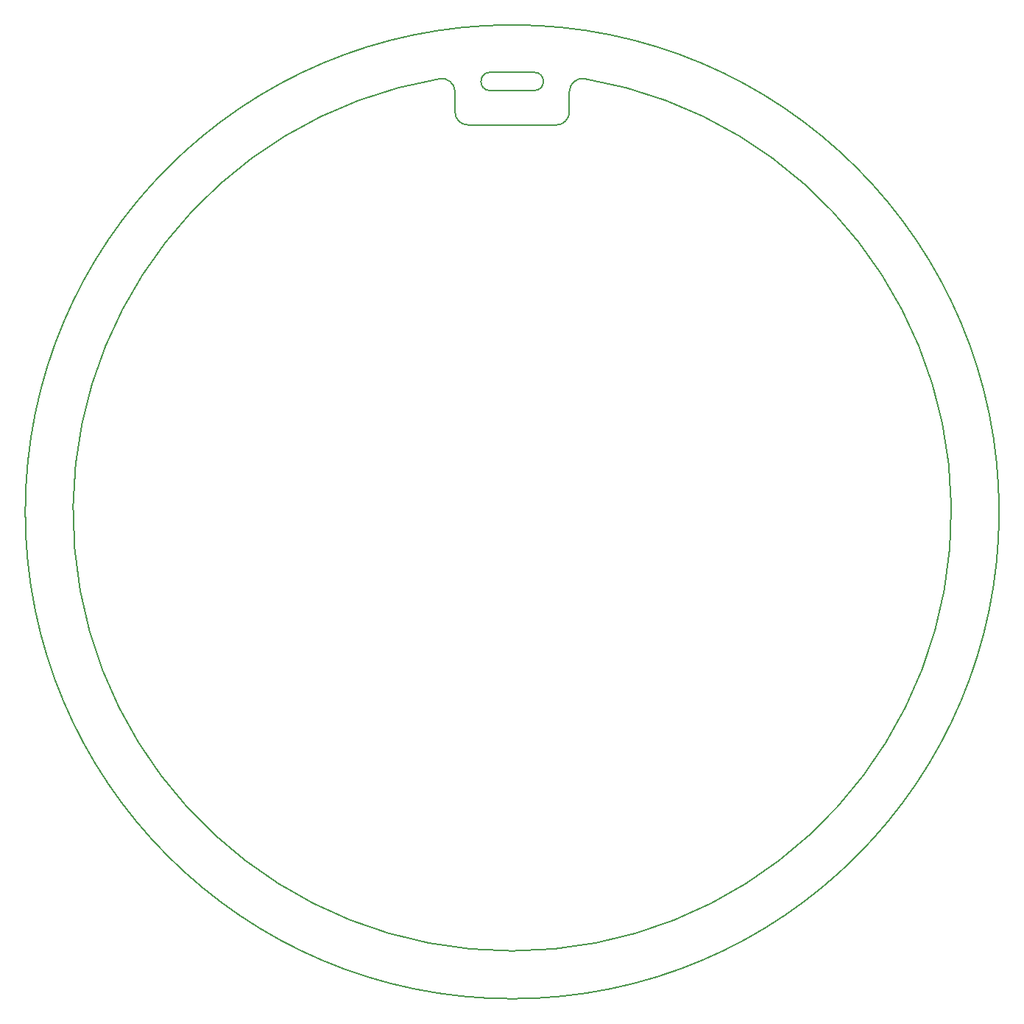
<source format=gbr>
%TF.GenerationSoftware,KiCad,Pcbnew,8.0.1*%
%TF.CreationDate,2024-11-03T00:49:44+09:00*%
%TF.ProjectId,NeoPixel-20240808,4e656f50-6978-4656-9c2d-323032343038,rev?*%
%TF.SameCoordinates,Original*%
%TF.FileFunction,Profile,NP*%
%FSLAX46Y46*%
G04 Gerber Fmt 4.6, Leading zero omitted, Abs format (unit mm)*
G04 Created by KiCad (PCBNEW 8.0.1) date 2024-11-03 00:49:44*
%MOMM*%
%LPD*%
G01*
G04 APERTURE LIST*
%TA.AperFunction,Profile*%
%ADD10C,0.200000*%
%TD*%
G04 APERTURE END LIST*
D10*
X-2540000Y48450001D02*
G75*
G02*
X-2540000Y50549999I0J1049999D01*
G01*
X2540000Y48450001D02*
X-2540000Y48450001D01*
X2540000Y50550001D02*
G75*
G02*
X2540000Y48450001I0J-1050000D01*
G01*
X-2540000Y50550001D02*
X2540000Y50550001D01*
X-8327347Y49808688D02*
G75*
G02*
X-6579998Y48329222I247347J-1479468D01*
G01*
X-6580000Y46000001D02*
X-6580000Y48329222D01*
X-5080000Y44500001D02*
G75*
G02*
X-6579999Y46000001I0J1499999D01*
G01*
X5080000Y44500001D02*
X-5080000Y44500001D01*
X6580000Y46000001D02*
G75*
G02*
X5080000Y44500001I-1500001J1D01*
G01*
X6580000Y48329222D02*
X6580000Y46000001D01*
X6580000Y48329222D02*
G75*
G02*
X8327347Y49808688I1500000J0D01*
G01*
X8327347Y49808688D02*
G75*
G02*
X-8327347Y49808688I-8327347J-49808688D01*
G01*
X56000001Y0D02*
G75*
G02*
X-56000001Y0I-56000001J0D01*
G01*
X-56000001Y0D02*
G75*
G02*
X56000001Y0I56000001J0D01*
G01*
M02*

</source>
